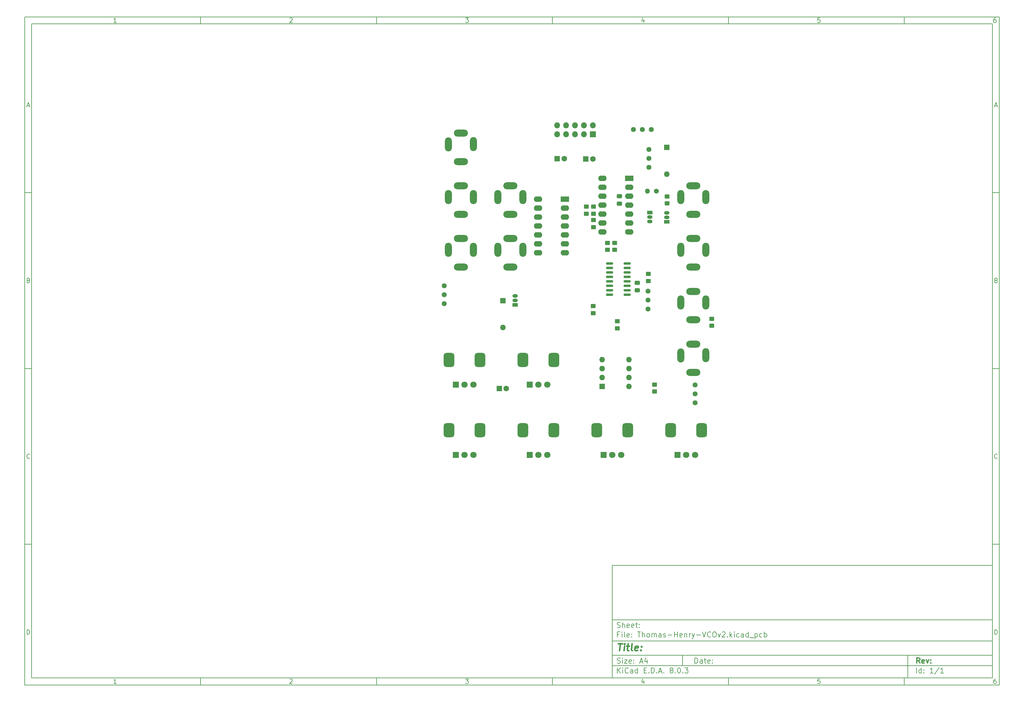
<source format=gbr>
%TF.GenerationSoftware,KiCad,Pcbnew,8.0.3*%
%TF.CreationDate,2024-12-05T20:13:47+00:00*%
%TF.ProjectId,Thomas-Henry-VCOv2,54686f6d-6173-42d4-9865-6e72792d5643,rev?*%
%TF.SameCoordinates,Original*%
%TF.FileFunction,Soldermask,Bot*%
%TF.FilePolarity,Negative*%
%FSLAX46Y46*%
G04 Gerber Fmt 4.6, Leading zero omitted, Abs format (unit mm)*
G04 Created by KiCad (PCBNEW 8.0.3) date 2024-12-05 20:13:47*
%MOMM*%
%LPD*%
G01*
G04 APERTURE LIST*
G04 Aperture macros list*
%AMRoundRect*
0 Rectangle with rounded corners*
0 $1 Rounding radius*
0 $2 $3 $4 $5 $6 $7 $8 $9 X,Y pos of 4 corners*
0 Add a 4 corners polygon primitive as box body*
4,1,4,$2,$3,$4,$5,$6,$7,$8,$9,$2,$3,0*
0 Add four circle primitives for the rounded corners*
1,1,$1+$1,$2,$3*
1,1,$1+$1,$4,$5*
1,1,$1+$1,$6,$7*
1,1,$1+$1,$8,$9*
0 Add four rect primitives between the rounded corners*
20,1,$1+$1,$2,$3,$4,$5,0*
20,1,$1+$1,$4,$5,$6,$7,0*
20,1,$1+$1,$6,$7,$8,$9,0*
20,1,$1+$1,$8,$9,$2,$3,0*%
G04 Aperture macros list end*
%ADD10C,0.100000*%
%ADD11C,0.150000*%
%ADD12C,0.300000*%
%ADD13C,0.400000*%
%ADD14R,1.800000X1.800000*%
%ADD15C,1.800000*%
%ADD16RoundRect,0.750000X0.750000X-1.250000X0.750000X1.250000X-0.750000X1.250000X-0.750000X-1.250000X0*%
%ADD17O,2.000000X4.000000*%
%ADD18O,4.000000X2.000000*%
%ADD19RoundRect,0.250000X-0.475000X0.337500X-0.475000X-0.337500X0.475000X-0.337500X0.475000X0.337500X0*%
%ADD20R,2.400000X1.600000*%
%ADD21O,2.400000X1.600000*%
%ADD22C,1.440000*%
%ADD23R,1.600000X1.600000*%
%ADD24O,1.600000X1.600000*%
%ADD25RoundRect,0.250000X0.450000X-0.350000X0.450000X0.350000X-0.450000X0.350000X-0.450000X-0.350000X0*%
%ADD26RoundRect,0.250000X-0.450000X0.350000X-0.450000X-0.350000X0.450000X-0.350000X0.450000X0.350000X0*%
%ADD27C,1.600000*%
%ADD28C,1.400000*%
%ADD29O,1.400000X1.400000*%
%ADD30R,1.700000X1.700000*%
%ADD31O,1.700000X1.700000*%
%ADD32R,1.500000X1.050000*%
%ADD33O,1.500000X1.050000*%
%ADD34RoundRect,0.150000X0.825000X0.150000X-0.825000X0.150000X-0.825000X-0.150000X0.825000X-0.150000X0*%
G04 APERTURE END LIST*
D10*
D11*
X177002200Y-166007200D02*
X285002200Y-166007200D01*
X285002200Y-198007200D01*
X177002200Y-198007200D01*
X177002200Y-166007200D01*
D10*
D11*
X10000000Y-10000000D02*
X287002200Y-10000000D01*
X287002200Y-200007200D01*
X10000000Y-200007200D01*
X10000000Y-10000000D01*
D10*
D11*
X12000000Y-12000000D02*
X285002200Y-12000000D01*
X285002200Y-198007200D01*
X12000000Y-198007200D01*
X12000000Y-12000000D01*
D10*
D11*
X60000000Y-12000000D02*
X60000000Y-10000000D01*
D10*
D11*
X110000000Y-12000000D02*
X110000000Y-10000000D01*
D10*
D11*
X160000000Y-12000000D02*
X160000000Y-10000000D01*
D10*
D11*
X210000000Y-12000000D02*
X210000000Y-10000000D01*
D10*
D11*
X260000000Y-12000000D02*
X260000000Y-10000000D01*
D10*
D11*
X36089160Y-11593604D02*
X35346303Y-11593604D01*
X35717731Y-11593604D02*
X35717731Y-10293604D01*
X35717731Y-10293604D02*
X35593922Y-10479319D01*
X35593922Y-10479319D02*
X35470112Y-10603128D01*
X35470112Y-10603128D02*
X35346303Y-10665033D01*
D10*
D11*
X85346303Y-10417414D02*
X85408207Y-10355509D01*
X85408207Y-10355509D02*
X85532017Y-10293604D01*
X85532017Y-10293604D02*
X85841541Y-10293604D01*
X85841541Y-10293604D02*
X85965350Y-10355509D01*
X85965350Y-10355509D02*
X86027255Y-10417414D01*
X86027255Y-10417414D02*
X86089160Y-10541223D01*
X86089160Y-10541223D02*
X86089160Y-10665033D01*
X86089160Y-10665033D02*
X86027255Y-10850747D01*
X86027255Y-10850747D02*
X85284398Y-11593604D01*
X85284398Y-11593604D02*
X86089160Y-11593604D01*
D10*
D11*
X135284398Y-10293604D02*
X136089160Y-10293604D01*
X136089160Y-10293604D02*
X135655826Y-10788842D01*
X135655826Y-10788842D02*
X135841541Y-10788842D01*
X135841541Y-10788842D02*
X135965350Y-10850747D01*
X135965350Y-10850747D02*
X136027255Y-10912652D01*
X136027255Y-10912652D02*
X136089160Y-11036461D01*
X136089160Y-11036461D02*
X136089160Y-11345985D01*
X136089160Y-11345985D02*
X136027255Y-11469795D01*
X136027255Y-11469795D02*
X135965350Y-11531700D01*
X135965350Y-11531700D02*
X135841541Y-11593604D01*
X135841541Y-11593604D02*
X135470112Y-11593604D01*
X135470112Y-11593604D02*
X135346303Y-11531700D01*
X135346303Y-11531700D02*
X135284398Y-11469795D01*
D10*
D11*
X185965350Y-10726938D02*
X185965350Y-11593604D01*
X185655826Y-10231700D02*
X185346303Y-11160271D01*
X185346303Y-11160271D02*
X186151064Y-11160271D01*
D10*
D11*
X236027255Y-10293604D02*
X235408207Y-10293604D01*
X235408207Y-10293604D02*
X235346303Y-10912652D01*
X235346303Y-10912652D02*
X235408207Y-10850747D01*
X235408207Y-10850747D02*
X235532017Y-10788842D01*
X235532017Y-10788842D02*
X235841541Y-10788842D01*
X235841541Y-10788842D02*
X235965350Y-10850747D01*
X235965350Y-10850747D02*
X236027255Y-10912652D01*
X236027255Y-10912652D02*
X236089160Y-11036461D01*
X236089160Y-11036461D02*
X236089160Y-11345985D01*
X236089160Y-11345985D02*
X236027255Y-11469795D01*
X236027255Y-11469795D02*
X235965350Y-11531700D01*
X235965350Y-11531700D02*
X235841541Y-11593604D01*
X235841541Y-11593604D02*
X235532017Y-11593604D01*
X235532017Y-11593604D02*
X235408207Y-11531700D01*
X235408207Y-11531700D02*
X235346303Y-11469795D01*
D10*
D11*
X285965350Y-10293604D02*
X285717731Y-10293604D01*
X285717731Y-10293604D02*
X285593922Y-10355509D01*
X285593922Y-10355509D02*
X285532017Y-10417414D01*
X285532017Y-10417414D02*
X285408207Y-10603128D01*
X285408207Y-10603128D02*
X285346303Y-10850747D01*
X285346303Y-10850747D02*
X285346303Y-11345985D01*
X285346303Y-11345985D02*
X285408207Y-11469795D01*
X285408207Y-11469795D02*
X285470112Y-11531700D01*
X285470112Y-11531700D02*
X285593922Y-11593604D01*
X285593922Y-11593604D02*
X285841541Y-11593604D01*
X285841541Y-11593604D02*
X285965350Y-11531700D01*
X285965350Y-11531700D02*
X286027255Y-11469795D01*
X286027255Y-11469795D02*
X286089160Y-11345985D01*
X286089160Y-11345985D02*
X286089160Y-11036461D01*
X286089160Y-11036461D02*
X286027255Y-10912652D01*
X286027255Y-10912652D02*
X285965350Y-10850747D01*
X285965350Y-10850747D02*
X285841541Y-10788842D01*
X285841541Y-10788842D02*
X285593922Y-10788842D01*
X285593922Y-10788842D02*
X285470112Y-10850747D01*
X285470112Y-10850747D02*
X285408207Y-10912652D01*
X285408207Y-10912652D02*
X285346303Y-11036461D01*
D10*
D11*
X60000000Y-198007200D02*
X60000000Y-200007200D01*
D10*
D11*
X110000000Y-198007200D02*
X110000000Y-200007200D01*
D10*
D11*
X160000000Y-198007200D02*
X160000000Y-200007200D01*
D10*
D11*
X210000000Y-198007200D02*
X210000000Y-200007200D01*
D10*
D11*
X260000000Y-198007200D02*
X260000000Y-200007200D01*
D10*
D11*
X36089160Y-199600804D02*
X35346303Y-199600804D01*
X35717731Y-199600804D02*
X35717731Y-198300804D01*
X35717731Y-198300804D02*
X35593922Y-198486519D01*
X35593922Y-198486519D02*
X35470112Y-198610328D01*
X35470112Y-198610328D02*
X35346303Y-198672233D01*
D10*
D11*
X85346303Y-198424614D02*
X85408207Y-198362709D01*
X85408207Y-198362709D02*
X85532017Y-198300804D01*
X85532017Y-198300804D02*
X85841541Y-198300804D01*
X85841541Y-198300804D02*
X85965350Y-198362709D01*
X85965350Y-198362709D02*
X86027255Y-198424614D01*
X86027255Y-198424614D02*
X86089160Y-198548423D01*
X86089160Y-198548423D02*
X86089160Y-198672233D01*
X86089160Y-198672233D02*
X86027255Y-198857947D01*
X86027255Y-198857947D02*
X85284398Y-199600804D01*
X85284398Y-199600804D02*
X86089160Y-199600804D01*
D10*
D11*
X135284398Y-198300804D02*
X136089160Y-198300804D01*
X136089160Y-198300804D02*
X135655826Y-198796042D01*
X135655826Y-198796042D02*
X135841541Y-198796042D01*
X135841541Y-198796042D02*
X135965350Y-198857947D01*
X135965350Y-198857947D02*
X136027255Y-198919852D01*
X136027255Y-198919852D02*
X136089160Y-199043661D01*
X136089160Y-199043661D02*
X136089160Y-199353185D01*
X136089160Y-199353185D02*
X136027255Y-199476995D01*
X136027255Y-199476995D02*
X135965350Y-199538900D01*
X135965350Y-199538900D02*
X135841541Y-199600804D01*
X135841541Y-199600804D02*
X135470112Y-199600804D01*
X135470112Y-199600804D02*
X135346303Y-199538900D01*
X135346303Y-199538900D02*
X135284398Y-199476995D01*
D10*
D11*
X185965350Y-198734138D02*
X185965350Y-199600804D01*
X185655826Y-198238900D02*
X185346303Y-199167471D01*
X185346303Y-199167471D02*
X186151064Y-199167471D01*
D10*
D11*
X236027255Y-198300804D02*
X235408207Y-198300804D01*
X235408207Y-198300804D02*
X235346303Y-198919852D01*
X235346303Y-198919852D02*
X235408207Y-198857947D01*
X235408207Y-198857947D02*
X235532017Y-198796042D01*
X235532017Y-198796042D02*
X235841541Y-198796042D01*
X235841541Y-198796042D02*
X235965350Y-198857947D01*
X235965350Y-198857947D02*
X236027255Y-198919852D01*
X236027255Y-198919852D02*
X236089160Y-199043661D01*
X236089160Y-199043661D02*
X236089160Y-199353185D01*
X236089160Y-199353185D02*
X236027255Y-199476995D01*
X236027255Y-199476995D02*
X235965350Y-199538900D01*
X235965350Y-199538900D02*
X235841541Y-199600804D01*
X235841541Y-199600804D02*
X235532017Y-199600804D01*
X235532017Y-199600804D02*
X235408207Y-199538900D01*
X235408207Y-199538900D02*
X235346303Y-199476995D01*
D10*
D11*
X285965350Y-198300804D02*
X285717731Y-198300804D01*
X285717731Y-198300804D02*
X285593922Y-198362709D01*
X285593922Y-198362709D02*
X285532017Y-198424614D01*
X285532017Y-198424614D02*
X285408207Y-198610328D01*
X285408207Y-198610328D02*
X285346303Y-198857947D01*
X285346303Y-198857947D02*
X285346303Y-199353185D01*
X285346303Y-199353185D02*
X285408207Y-199476995D01*
X285408207Y-199476995D02*
X285470112Y-199538900D01*
X285470112Y-199538900D02*
X285593922Y-199600804D01*
X285593922Y-199600804D02*
X285841541Y-199600804D01*
X285841541Y-199600804D02*
X285965350Y-199538900D01*
X285965350Y-199538900D02*
X286027255Y-199476995D01*
X286027255Y-199476995D02*
X286089160Y-199353185D01*
X286089160Y-199353185D02*
X286089160Y-199043661D01*
X286089160Y-199043661D02*
X286027255Y-198919852D01*
X286027255Y-198919852D02*
X285965350Y-198857947D01*
X285965350Y-198857947D02*
X285841541Y-198796042D01*
X285841541Y-198796042D02*
X285593922Y-198796042D01*
X285593922Y-198796042D02*
X285470112Y-198857947D01*
X285470112Y-198857947D02*
X285408207Y-198919852D01*
X285408207Y-198919852D02*
X285346303Y-199043661D01*
D10*
D11*
X10000000Y-60000000D02*
X12000000Y-60000000D01*
D10*
D11*
X10000000Y-110000000D02*
X12000000Y-110000000D01*
D10*
D11*
X10000000Y-160000000D02*
X12000000Y-160000000D01*
D10*
D11*
X10690476Y-35222176D02*
X11309523Y-35222176D01*
X10566666Y-35593604D02*
X10999999Y-34293604D01*
X10999999Y-34293604D02*
X11433333Y-35593604D01*
D10*
D11*
X11092857Y-84912652D02*
X11278571Y-84974557D01*
X11278571Y-84974557D02*
X11340476Y-85036461D01*
X11340476Y-85036461D02*
X11402380Y-85160271D01*
X11402380Y-85160271D02*
X11402380Y-85345985D01*
X11402380Y-85345985D02*
X11340476Y-85469795D01*
X11340476Y-85469795D02*
X11278571Y-85531700D01*
X11278571Y-85531700D02*
X11154761Y-85593604D01*
X11154761Y-85593604D02*
X10659523Y-85593604D01*
X10659523Y-85593604D02*
X10659523Y-84293604D01*
X10659523Y-84293604D02*
X11092857Y-84293604D01*
X11092857Y-84293604D02*
X11216666Y-84355509D01*
X11216666Y-84355509D02*
X11278571Y-84417414D01*
X11278571Y-84417414D02*
X11340476Y-84541223D01*
X11340476Y-84541223D02*
X11340476Y-84665033D01*
X11340476Y-84665033D02*
X11278571Y-84788842D01*
X11278571Y-84788842D02*
X11216666Y-84850747D01*
X11216666Y-84850747D02*
X11092857Y-84912652D01*
X11092857Y-84912652D02*
X10659523Y-84912652D01*
D10*
D11*
X11402380Y-135469795D02*
X11340476Y-135531700D01*
X11340476Y-135531700D02*
X11154761Y-135593604D01*
X11154761Y-135593604D02*
X11030952Y-135593604D01*
X11030952Y-135593604D02*
X10845238Y-135531700D01*
X10845238Y-135531700D02*
X10721428Y-135407890D01*
X10721428Y-135407890D02*
X10659523Y-135284080D01*
X10659523Y-135284080D02*
X10597619Y-135036461D01*
X10597619Y-135036461D02*
X10597619Y-134850747D01*
X10597619Y-134850747D02*
X10659523Y-134603128D01*
X10659523Y-134603128D02*
X10721428Y-134479319D01*
X10721428Y-134479319D02*
X10845238Y-134355509D01*
X10845238Y-134355509D02*
X11030952Y-134293604D01*
X11030952Y-134293604D02*
X11154761Y-134293604D01*
X11154761Y-134293604D02*
X11340476Y-134355509D01*
X11340476Y-134355509D02*
X11402380Y-134417414D01*
D10*
D11*
X10659523Y-185593604D02*
X10659523Y-184293604D01*
X10659523Y-184293604D02*
X10969047Y-184293604D01*
X10969047Y-184293604D02*
X11154761Y-184355509D01*
X11154761Y-184355509D02*
X11278571Y-184479319D01*
X11278571Y-184479319D02*
X11340476Y-184603128D01*
X11340476Y-184603128D02*
X11402380Y-184850747D01*
X11402380Y-184850747D02*
X11402380Y-185036461D01*
X11402380Y-185036461D02*
X11340476Y-185284080D01*
X11340476Y-185284080D02*
X11278571Y-185407890D01*
X11278571Y-185407890D02*
X11154761Y-185531700D01*
X11154761Y-185531700D02*
X10969047Y-185593604D01*
X10969047Y-185593604D02*
X10659523Y-185593604D01*
D10*
D11*
X287002200Y-60000000D02*
X285002200Y-60000000D01*
D10*
D11*
X287002200Y-110000000D02*
X285002200Y-110000000D01*
D10*
D11*
X287002200Y-160000000D02*
X285002200Y-160000000D01*
D10*
D11*
X285692676Y-35222176D02*
X286311723Y-35222176D01*
X285568866Y-35593604D02*
X286002199Y-34293604D01*
X286002199Y-34293604D02*
X286435533Y-35593604D01*
D10*
D11*
X286095057Y-84912652D02*
X286280771Y-84974557D01*
X286280771Y-84974557D02*
X286342676Y-85036461D01*
X286342676Y-85036461D02*
X286404580Y-85160271D01*
X286404580Y-85160271D02*
X286404580Y-85345985D01*
X286404580Y-85345985D02*
X286342676Y-85469795D01*
X286342676Y-85469795D02*
X286280771Y-85531700D01*
X286280771Y-85531700D02*
X286156961Y-85593604D01*
X286156961Y-85593604D02*
X285661723Y-85593604D01*
X285661723Y-85593604D02*
X285661723Y-84293604D01*
X285661723Y-84293604D02*
X286095057Y-84293604D01*
X286095057Y-84293604D02*
X286218866Y-84355509D01*
X286218866Y-84355509D02*
X286280771Y-84417414D01*
X286280771Y-84417414D02*
X286342676Y-84541223D01*
X286342676Y-84541223D02*
X286342676Y-84665033D01*
X286342676Y-84665033D02*
X286280771Y-84788842D01*
X286280771Y-84788842D02*
X286218866Y-84850747D01*
X286218866Y-84850747D02*
X286095057Y-84912652D01*
X286095057Y-84912652D02*
X285661723Y-84912652D01*
D10*
D11*
X286404580Y-135469795D02*
X286342676Y-135531700D01*
X286342676Y-135531700D02*
X286156961Y-135593604D01*
X286156961Y-135593604D02*
X286033152Y-135593604D01*
X286033152Y-135593604D02*
X285847438Y-135531700D01*
X285847438Y-135531700D02*
X285723628Y-135407890D01*
X285723628Y-135407890D02*
X285661723Y-135284080D01*
X285661723Y-135284080D02*
X285599819Y-135036461D01*
X285599819Y-135036461D02*
X285599819Y-134850747D01*
X285599819Y-134850747D02*
X285661723Y-134603128D01*
X285661723Y-134603128D02*
X285723628Y-134479319D01*
X285723628Y-134479319D02*
X285847438Y-134355509D01*
X285847438Y-134355509D02*
X286033152Y-134293604D01*
X286033152Y-134293604D02*
X286156961Y-134293604D01*
X286156961Y-134293604D02*
X286342676Y-134355509D01*
X286342676Y-134355509D02*
X286404580Y-134417414D01*
D10*
D11*
X285661723Y-185593604D02*
X285661723Y-184293604D01*
X285661723Y-184293604D02*
X285971247Y-184293604D01*
X285971247Y-184293604D02*
X286156961Y-184355509D01*
X286156961Y-184355509D02*
X286280771Y-184479319D01*
X286280771Y-184479319D02*
X286342676Y-184603128D01*
X286342676Y-184603128D02*
X286404580Y-184850747D01*
X286404580Y-184850747D02*
X286404580Y-185036461D01*
X286404580Y-185036461D02*
X286342676Y-185284080D01*
X286342676Y-185284080D02*
X286280771Y-185407890D01*
X286280771Y-185407890D02*
X286156961Y-185531700D01*
X286156961Y-185531700D02*
X285971247Y-185593604D01*
X285971247Y-185593604D02*
X285661723Y-185593604D01*
D10*
D11*
X200458026Y-193793328D02*
X200458026Y-192293328D01*
X200458026Y-192293328D02*
X200815169Y-192293328D01*
X200815169Y-192293328D02*
X201029455Y-192364757D01*
X201029455Y-192364757D02*
X201172312Y-192507614D01*
X201172312Y-192507614D02*
X201243741Y-192650471D01*
X201243741Y-192650471D02*
X201315169Y-192936185D01*
X201315169Y-192936185D02*
X201315169Y-193150471D01*
X201315169Y-193150471D02*
X201243741Y-193436185D01*
X201243741Y-193436185D02*
X201172312Y-193579042D01*
X201172312Y-193579042D02*
X201029455Y-193721900D01*
X201029455Y-193721900D02*
X200815169Y-193793328D01*
X200815169Y-193793328D02*
X200458026Y-193793328D01*
X202600884Y-193793328D02*
X202600884Y-193007614D01*
X202600884Y-193007614D02*
X202529455Y-192864757D01*
X202529455Y-192864757D02*
X202386598Y-192793328D01*
X202386598Y-192793328D02*
X202100884Y-192793328D01*
X202100884Y-192793328D02*
X201958026Y-192864757D01*
X202600884Y-193721900D02*
X202458026Y-193793328D01*
X202458026Y-193793328D02*
X202100884Y-193793328D01*
X202100884Y-193793328D02*
X201958026Y-193721900D01*
X201958026Y-193721900D02*
X201886598Y-193579042D01*
X201886598Y-193579042D02*
X201886598Y-193436185D01*
X201886598Y-193436185D02*
X201958026Y-193293328D01*
X201958026Y-193293328D02*
X202100884Y-193221900D01*
X202100884Y-193221900D02*
X202458026Y-193221900D01*
X202458026Y-193221900D02*
X202600884Y-193150471D01*
X203100884Y-192793328D02*
X203672312Y-192793328D01*
X203315169Y-192293328D02*
X203315169Y-193579042D01*
X203315169Y-193579042D02*
X203386598Y-193721900D01*
X203386598Y-193721900D02*
X203529455Y-193793328D01*
X203529455Y-193793328D02*
X203672312Y-193793328D01*
X204743741Y-193721900D02*
X204600884Y-193793328D01*
X204600884Y-193793328D02*
X204315170Y-193793328D01*
X204315170Y-193793328D02*
X204172312Y-193721900D01*
X204172312Y-193721900D02*
X204100884Y-193579042D01*
X204100884Y-193579042D02*
X204100884Y-193007614D01*
X204100884Y-193007614D02*
X204172312Y-192864757D01*
X204172312Y-192864757D02*
X204315170Y-192793328D01*
X204315170Y-192793328D02*
X204600884Y-192793328D01*
X204600884Y-192793328D02*
X204743741Y-192864757D01*
X204743741Y-192864757D02*
X204815170Y-193007614D01*
X204815170Y-193007614D02*
X204815170Y-193150471D01*
X204815170Y-193150471D02*
X204100884Y-193293328D01*
X205458026Y-193650471D02*
X205529455Y-193721900D01*
X205529455Y-193721900D02*
X205458026Y-193793328D01*
X205458026Y-193793328D02*
X205386598Y-193721900D01*
X205386598Y-193721900D02*
X205458026Y-193650471D01*
X205458026Y-193650471D02*
X205458026Y-193793328D01*
X205458026Y-192864757D02*
X205529455Y-192936185D01*
X205529455Y-192936185D02*
X205458026Y-193007614D01*
X205458026Y-193007614D02*
X205386598Y-192936185D01*
X205386598Y-192936185D02*
X205458026Y-192864757D01*
X205458026Y-192864757D02*
X205458026Y-193007614D01*
D10*
D11*
X177002200Y-194507200D02*
X285002200Y-194507200D01*
D10*
D11*
X178458026Y-196593328D02*
X178458026Y-195093328D01*
X179315169Y-196593328D02*
X178672312Y-195736185D01*
X179315169Y-195093328D02*
X178458026Y-195950471D01*
X179958026Y-196593328D02*
X179958026Y-195593328D01*
X179958026Y-195093328D02*
X179886598Y-195164757D01*
X179886598Y-195164757D02*
X179958026Y-195236185D01*
X179958026Y-195236185D02*
X180029455Y-195164757D01*
X180029455Y-195164757D02*
X179958026Y-195093328D01*
X179958026Y-195093328D02*
X179958026Y-195236185D01*
X181529455Y-196450471D02*
X181458027Y-196521900D01*
X181458027Y-196521900D02*
X181243741Y-196593328D01*
X181243741Y-196593328D02*
X181100884Y-196593328D01*
X181100884Y-196593328D02*
X180886598Y-196521900D01*
X180886598Y-196521900D02*
X180743741Y-196379042D01*
X180743741Y-196379042D02*
X180672312Y-196236185D01*
X180672312Y-196236185D02*
X180600884Y-195950471D01*
X180600884Y-195950471D02*
X180600884Y-195736185D01*
X180600884Y-195736185D02*
X180672312Y-195450471D01*
X180672312Y-195450471D02*
X180743741Y-195307614D01*
X180743741Y-195307614D02*
X180886598Y-195164757D01*
X180886598Y-195164757D02*
X181100884Y-195093328D01*
X181100884Y-195093328D02*
X181243741Y-195093328D01*
X181243741Y-195093328D02*
X181458027Y-195164757D01*
X181458027Y-195164757D02*
X181529455Y-195236185D01*
X182815170Y-196593328D02*
X182815170Y-195807614D01*
X182815170Y-195807614D02*
X182743741Y-195664757D01*
X182743741Y-195664757D02*
X182600884Y-195593328D01*
X182600884Y-195593328D02*
X182315170Y-195593328D01*
X182315170Y-195593328D02*
X182172312Y-195664757D01*
X182815170Y-196521900D02*
X182672312Y-196593328D01*
X182672312Y-196593328D02*
X182315170Y-196593328D01*
X182315170Y-196593328D02*
X182172312Y-196521900D01*
X182172312Y-196521900D02*
X182100884Y-196379042D01*
X182100884Y-196379042D02*
X182100884Y-196236185D01*
X182100884Y-196236185D02*
X182172312Y-196093328D01*
X182172312Y-196093328D02*
X182315170Y-196021900D01*
X182315170Y-196021900D02*
X182672312Y-196021900D01*
X182672312Y-196021900D02*
X182815170Y-195950471D01*
X184172313Y-196593328D02*
X184172313Y-195093328D01*
X184172313Y-196521900D02*
X184029455Y-196593328D01*
X184029455Y-196593328D02*
X183743741Y-196593328D01*
X183743741Y-196593328D02*
X183600884Y-196521900D01*
X183600884Y-196521900D02*
X183529455Y-196450471D01*
X183529455Y-196450471D02*
X183458027Y-196307614D01*
X183458027Y-196307614D02*
X183458027Y-195879042D01*
X183458027Y-195879042D02*
X183529455Y-195736185D01*
X183529455Y-195736185D02*
X183600884Y-195664757D01*
X183600884Y-195664757D02*
X183743741Y-195593328D01*
X183743741Y-195593328D02*
X184029455Y-195593328D01*
X184029455Y-195593328D02*
X184172313Y-195664757D01*
X186029455Y-195807614D02*
X186529455Y-195807614D01*
X186743741Y-196593328D02*
X186029455Y-196593328D01*
X186029455Y-196593328D02*
X186029455Y-195093328D01*
X186029455Y-195093328D02*
X186743741Y-195093328D01*
X187386598Y-196450471D02*
X187458027Y-196521900D01*
X187458027Y-196521900D02*
X187386598Y-196593328D01*
X187386598Y-196593328D02*
X187315170Y-196521900D01*
X187315170Y-196521900D02*
X187386598Y-196450471D01*
X187386598Y-196450471D02*
X187386598Y-196593328D01*
X188100884Y-196593328D02*
X188100884Y-195093328D01*
X188100884Y-195093328D02*
X188458027Y-195093328D01*
X188458027Y-195093328D02*
X188672313Y-195164757D01*
X188672313Y-195164757D02*
X188815170Y-195307614D01*
X188815170Y-195307614D02*
X188886599Y-195450471D01*
X188886599Y-195450471D02*
X188958027Y-195736185D01*
X188958027Y-195736185D02*
X188958027Y-195950471D01*
X188958027Y-195950471D02*
X188886599Y-196236185D01*
X188886599Y-196236185D02*
X188815170Y-196379042D01*
X188815170Y-196379042D02*
X188672313Y-196521900D01*
X188672313Y-196521900D02*
X188458027Y-196593328D01*
X188458027Y-196593328D02*
X188100884Y-196593328D01*
X189600884Y-196450471D02*
X189672313Y-196521900D01*
X189672313Y-196521900D02*
X189600884Y-196593328D01*
X189600884Y-196593328D02*
X189529456Y-196521900D01*
X189529456Y-196521900D02*
X189600884Y-196450471D01*
X189600884Y-196450471D02*
X189600884Y-196593328D01*
X190243742Y-196164757D02*
X190958028Y-196164757D01*
X190100885Y-196593328D02*
X190600885Y-195093328D01*
X190600885Y-195093328D02*
X191100885Y-196593328D01*
X191600884Y-196450471D02*
X191672313Y-196521900D01*
X191672313Y-196521900D02*
X191600884Y-196593328D01*
X191600884Y-196593328D02*
X191529456Y-196521900D01*
X191529456Y-196521900D02*
X191600884Y-196450471D01*
X191600884Y-196450471D02*
X191600884Y-196593328D01*
X193672313Y-195736185D02*
X193529456Y-195664757D01*
X193529456Y-195664757D02*
X193458027Y-195593328D01*
X193458027Y-195593328D02*
X193386599Y-195450471D01*
X193386599Y-195450471D02*
X193386599Y-195379042D01*
X193386599Y-195379042D02*
X193458027Y-195236185D01*
X193458027Y-195236185D02*
X193529456Y-195164757D01*
X193529456Y-195164757D02*
X193672313Y-195093328D01*
X193672313Y-195093328D02*
X193958027Y-195093328D01*
X193958027Y-195093328D02*
X194100885Y-195164757D01*
X194100885Y-195164757D02*
X194172313Y-195236185D01*
X194172313Y-195236185D02*
X194243742Y-195379042D01*
X194243742Y-195379042D02*
X194243742Y-195450471D01*
X194243742Y-195450471D02*
X194172313Y-195593328D01*
X194172313Y-195593328D02*
X194100885Y-195664757D01*
X194100885Y-195664757D02*
X193958027Y-195736185D01*
X193958027Y-195736185D02*
X193672313Y-195736185D01*
X193672313Y-195736185D02*
X193529456Y-195807614D01*
X193529456Y-195807614D02*
X193458027Y-195879042D01*
X193458027Y-195879042D02*
X193386599Y-196021900D01*
X193386599Y-196021900D02*
X193386599Y-196307614D01*
X193386599Y-196307614D02*
X193458027Y-196450471D01*
X193458027Y-196450471D02*
X193529456Y-196521900D01*
X193529456Y-196521900D02*
X193672313Y-196593328D01*
X193672313Y-196593328D02*
X193958027Y-196593328D01*
X193958027Y-196593328D02*
X194100885Y-196521900D01*
X194100885Y-196521900D02*
X194172313Y-196450471D01*
X194172313Y-196450471D02*
X194243742Y-196307614D01*
X194243742Y-196307614D02*
X194243742Y-196021900D01*
X194243742Y-196021900D02*
X194172313Y-195879042D01*
X194172313Y-195879042D02*
X194100885Y-195807614D01*
X194100885Y-195807614D02*
X193958027Y-195736185D01*
X194886598Y-196450471D02*
X194958027Y-196521900D01*
X194958027Y-196521900D02*
X194886598Y-196593328D01*
X194886598Y-196593328D02*
X194815170Y-196521900D01*
X194815170Y-196521900D02*
X194886598Y-196450471D01*
X194886598Y-196450471D02*
X194886598Y-196593328D01*
X195886599Y-195093328D02*
X196029456Y-195093328D01*
X196029456Y-195093328D02*
X196172313Y-195164757D01*
X196172313Y-195164757D02*
X196243742Y-195236185D01*
X196243742Y-195236185D02*
X196315170Y-195379042D01*
X196315170Y-195379042D02*
X196386599Y-195664757D01*
X196386599Y-195664757D02*
X196386599Y-196021900D01*
X196386599Y-196021900D02*
X196315170Y-196307614D01*
X196315170Y-196307614D02*
X196243742Y-196450471D01*
X196243742Y-196450471D02*
X196172313Y-196521900D01*
X196172313Y-196521900D02*
X196029456Y-196593328D01*
X196029456Y-196593328D02*
X195886599Y-196593328D01*
X195886599Y-196593328D02*
X195743742Y-196521900D01*
X195743742Y-196521900D02*
X195672313Y-196450471D01*
X195672313Y-196450471D02*
X195600884Y-196307614D01*
X195600884Y-196307614D02*
X195529456Y-196021900D01*
X195529456Y-196021900D02*
X195529456Y-195664757D01*
X195529456Y-195664757D02*
X195600884Y-195379042D01*
X195600884Y-195379042D02*
X195672313Y-195236185D01*
X195672313Y-195236185D02*
X195743742Y-195164757D01*
X195743742Y-195164757D02*
X195886599Y-195093328D01*
X197029455Y-196450471D02*
X197100884Y-196521900D01*
X197100884Y-196521900D02*
X197029455Y-196593328D01*
X197029455Y-196593328D02*
X196958027Y-196521900D01*
X196958027Y-196521900D02*
X197029455Y-196450471D01*
X197029455Y-196450471D02*
X197029455Y-196593328D01*
X197600884Y-195093328D02*
X198529456Y-195093328D01*
X198529456Y-195093328D02*
X198029456Y-195664757D01*
X198029456Y-195664757D02*
X198243741Y-195664757D01*
X198243741Y-195664757D02*
X198386599Y-195736185D01*
X198386599Y-195736185D02*
X198458027Y-195807614D01*
X198458027Y-195807614D02*
X198529456Y-195950471D01*
X198529456Y-195950471D02*
X198529456Y-196307614D01*
X198529456Y-196307614D02*
X198458027Y-196450471D01*
X198458027Y-196450471D02*
X198386599Y-196521900D01*
X198386599Y-196521900D02*
X198243741Y-196593328D01*
X198243741Y-196593328D02*
X197815170Y-196593328D01*
X197815170Y-196593328D02*
X197672313Y-196521900D01*
X197672313Y-196521900D02*
X197600884Y-196450471D01*
D10*
D11*
X177002200Y-191507200D02*
X285002200Y-191507200D01*
D10*
D12*
X264413853Y-193785528D02*
X263913853Y-193071242D01*
X263556710Y-193785528D02*
X263556710Y-192285528D01*
X263556710Y-192285528D02*
X264128139Y-192285528D01*
X264128139Y-192285528D02*
X264270996Y-192356957D01*
X264270996Y-192356957D02*
X264342425Y-192428385D01*
X264342425Y-192428385D02*
X264413853Y-192571242D01*
X264413853Y-192571242D02*
X264413853Y-192785528D01*
X264413853Y-192785528D02*
X264342425Y-192928385D01*
X264342425Y-192928385D02*
X264270996Y-192999814D01*
X264270996Y-192999814D02*
X264128139Y-193071242D01*
X264128139Y-193071242D02*
X263556710Y-193071242D01*
X265628139Y-193714100D02*
X265485282Y-193785528D01*
X265485282Y-193785528D02*
X265199568Y-193785528D01*
X265199568Y-193785528D02*
X265056710Y-193714100D01*
X265056710Y-193714100D02*
X264985282Y-193571242D01*
X264985282Y-193571242D02*
X264985282Y-192999814D01*
X264985282Y-192999814D02*
X265056710Y-192856957D01*
X265056710Y-192856957D02*
X265199568Y-192785528D01*
X265199568Y-192785528D02*
X265485282Y-192785528D01*
X265485282Y-192785528D02*
X265628139Y-192856957D01*
X265628139Y-192856957D02*
X265699568Y-192999814D01*
X265699568Y-192999814D02*
X265699568Y-193142671D01*
X265699568Y-193142671D02*
X264985282Y-193285528D01*
X266199567Y-192785528D02*
X266556710Y-193785528D01*
X266556710Y-193785528D02*
X266913853Y-192785528D01*
X267485281Y-193642671D02*
X267556710Y-193714100D01*
X267556710Y-193714100D02*
X267485281Y-193785528D01*
X267485281Y-193785528D02*
X267413853Y-193714100D01*
X267413853Y-193714100D02*
X267485281Y-193642671D01*
X267485281Y-193642671D02*
X267485281Y-193785528D01*
X267485281Y-192856957D02*
X267556710Y-192928385D01*
X267556710Y-192928385D02*
X267485281Y-192999814D01*
X267485281Y-192999814D02*
X267413853Y-192928385D01*
X267413853Y-192928385D02*
X267485281Y-192856957D01*
X267485281Y-192856957D02*
X267485281Y-192999814D01*
D10*
D11*
X178386598Y-193721900D02*
X178600884Y-193793328D01*
X178600884Y-193793328D02*
X178958026Y-193793328D01*
X178958026Y-193793328D02*
X179100884Y-193721900D01*
X179100884Y-193721900D02*
X179172312Y-193650471D01*
X179172312Y-193650471D02*
X179243741Y-193507614D01*
X179243741Y-193507614D02*
X179243741Y-193364757D01*
X179243741Y-193364757D02*
X179172312Y-193221900D01*
X179172312Y-193221900D02*
X179100884Y-193150471D01*
X179100884Y-193150471D02*
X178958026Y-193079042D01*
X178958026Y-193079042D02*
X178672312Y-193007614D01*
X178672312Y-193007614D02*
X178529455Y-192936185D01*
X178529455Y-192936185D02*
X178458026Y-192864757D01*
X178458026Y-192864757D02*
X178386598Y-192721900D01*
X178386598Y-192721900D02*
X178386598Y-192579042D01*
X178386598Y-192579042D02*
X178458026Y-192436185D01*
X178458026Y-192436185D02*
X178529455Y-192364757D01*
X178529455Y-192364757D02*
X178672312Y-192293328D01*
X178672312Y-192293328D02*
X179029455Y-192293328D01*
X179029455Y-192293328D02*
X179243741Y-192364757D01*
X179886597Y-193793328D02*
X179886597Y-192793328D01*
X179886597Y-192293328D02*
X179815169Y-192364757D01*
X179815169Y-192364757D02*
X179886597Y-192436185D01*
X179886597Y-192436185D02*
X179958026Y-192364757D01*
X179958026Y-192364757D02*
X179886597Y-192293328D01*
X179886597Y-192293328D02*
X179886597Y-192436185D01*
X180458026Y-192793328D02*
X181243741Y-192793328D01*
X181243741Y-192793328D02*
X180458026Y-193793328D01*
X180458026Y-193793328D02*
X181243741Y-193793328D01*
X182386598Y-193721900D02*
X182243741Y-193793328D01*
X182243741Y-193793328D02*
X181958027Y-193793328D01*
X181958027Y-193793328D02*
X181815169Y-193721900D01*
X181815169Y-193721900D02*
X181743741Y-193579042D01*
X181743741Y-193579042D02*
X181743741Y-193007614D01*
X181743741Y-193007614D02*
X181815169Y-192864757D01*
X181815169Y-192864757D02*
X181958027Y-192793328D01*
X181958027Y-192793328D02*
X182243741Y-192793328D01*
X182243741Y-192793328D02*
X182386598Y-192864757D01*
X182386598Y-192864757D02*
X182458027Y-193007614D01*
X182458027Y-193007614D02*
X182458027Y-193150471D01*
X182458027Y-193150471D02*
X181743741Y-193293328D01*
X183100883Y-193650471D02*
X183172312Y-193721900D01*
X183172312Y-193721900D02*
X183100883Y-193793328D01*
X183100883Y-193793328D02*
X183029455Y-193721900D01*
X183029455Y-193721900D02*
X183100883Y-193650471D01*
X183100883Y-193650471D02*
X183100883Y-193793328D01*
X183100883Y-192864757D02*
X183172312Y-192936185D01*
X183172312Y-192936185D02*
X183100883Y-193007614D01*
X183100883Y-193007614D02*
X183029455Y-192936185D01*
X183029455Y-192936185D02*
X183100883Y-192864757D01*
X183100883Y-192864757D02*
X183100883Y-193007614D01*
X184886598Y-193364757D02*
X185600884Y-193364757D01*
X184743741Y-193793328D02*
X185243741Y-192293328D01*
X185243741Y-192293328D02*
X185743741Y-193793328D01*
X186886598Y-192793328D02*
X186886598Y-193793328D01*
X186529455Y-192221900D02*
X186172312Y-193293328D01*
X186172312Y-193293328D02*
X187100883Y-193293328D01*
D10*
D11*
X263458026Y-196593328D02*
X263458026Y-195093328D01*
X264815170Y-196593328D02*
X264815170Y-195093328D01*
X264815170Y-196521900D02*
X264672312Y-196593328D01*
X264672312Y-196593328D02*
X264386598Y-196593328D01*
X264386598Y-196593328D02*
X264243741Y-196521900D01*
X264243741Y-196521900D02*
X264172312Y-196450471D01*
X264172312Y-196450471D02*
X264100884Y-196307614D01*
X264100884Y-196307614D02*
X264100884Y-195879042D01*
X264100884Y-195879042D02*
X264172312Y-195736185D01*
X264172312Y-195736185D02*
X264243741Y-195664757D01*
X264243741Y-195664757D02*
X264386598Y-195593328D01*
X264386598Y-195593328D02*
X264672312Y-195593328D01*
X264672312Y-195593328D02*
X264815170Y-195664757D01*
X265529455Y-196450471D02*
X265600884Y-196521900D01*
X265600884Y-196521900D02*
X265529455Y-196593328D01*
X265529455Y-196593328D02*
X265458027Y-196521900D01*
X265458027Y-196521900D02*
X265529455Y-196450471D01*
X265529455Y-196450471D02*
X265529455Y-196593328D01*
X265529455Y-195664757D02*
X265600884Y-195736185D01*
X265600884Y-195736185D02*
X265529455Y-195807614D01*
X265529455Y-195807614D02*
X265458027Y-195736185D01*
X265458027Y-195736185D02*
X265529455Y-195664757D01*
X265529455Y-195664757D02*
X265529455Y-195807614D01*
X268172313Y-196593328D02*
X267315170Y-196593328D01*
X267743741Y-196593328D02*
X267743741Y-195093328D01*
X267743741Y-195093328D02*
X267600884Y-195307614D01*
X267600884Y-195307614D02*
X267458027Y-195450471D01*
X267458027Y-195450471D02*
X267315170Y-195521900D01*
X269886598Y-195021900D02*
X268600884Y-196950471D01*
X271172313Y-196593328D02*
X270315170Y-196593328D01*
X270743741Y-196593328D02*
X270743741Y-195093328D01*
X270743741Y-195093328D02*
X270600884Y-195307614D01*
X270600884Y-195307614D02*
X270458027Y-195450471D01*
X270458027Y-195450471D02*
X270315170Y-195521900D01*
D10*
D11*
X177002200Y-187507200D02*
X285002200Y-187507200D01*
D10*
D13*
X178693928Y-188211638D02*
X179836785Y-188211638D01*
X179015357Y-190211638D02*
X179265357Y-188211638D01*
X180253452Y-190211638D02*
X180420119Y-188878304D01*
X180503452Y-188211638D02*
X180396309Y-188306876D01*
X180396309Y-188306876D02*
X180479643Y-188402114D01*
X180479643Y-188402114D02*
X180586786Y-188306876D01*
X180586786Y-188306876D02*
X180503452Y-188211638D01*
X180503452Y-188211638D02*
X180479643Y-188402114D01*
X181086786Y-188878304D02*
X181848690Y-188878304D01*
X181455833Y-188211638D02*
X181241548Y-189925923D01*
X181241548Y-189925923D02*
X181312976Y-190116400D01*
X181312976Y-190116400D02*
X181491548Y-190211638D01*
X181491548Y-190211638D02*
X181682024Y-190211638D01*
X182634405Y-190211638D02*
X182455833Y-190116400D01*
X182455833Y-190116400D02*
X182384405Y-189925923D01*
X182384405Y-189925923D02*
X182598690Y-188211638D01*
X184170119Y-190116400D02*
X183967738Y-190211638D01*
X183967738Y-190211638D02*
X183586785Y-190211638D01*
X183586785Y-190211638D02*
X183408214Y-190116400D01*
X183408214Y-190116400D02*
X183336785Y-189925923D01*
X183336785Y-189925923D02*
X183432024Y-189164019D01*
X183432024Y-189164019D02*
X183551071Y-188973542D01*
X183551071Y-188973542D02*
X183753452Y-188878304D01*
X183753452Y-188878304D02*
X184134404Y-188878304D01*
X184134404Y-188878304D02*
X184312976Y-188973542D01*
X184312976Y-188973542D02*
X184384404Y-189164019D01*
X184384404Y-189164019D02*
X184360595Y-189354495D01*
X184360595Y-189354495D02*
X183384404Y-189544971D01*
X185134405Y-190021161D02*
X185217738Y-190116400D01*
X185217738Y-190116400D02*
X185110595Y-190211638D01*
X185110595Y-190211638D02*
X185027262Y-190116400D01*
X185027262Y-190116400D02*
X185134405Y-190021161D01*
X185134405Y-190021161D02*
X185110595Y-190211638D01*
X185265357Y-188973542D02*
X185348690Y-189068780D01*
X185348690Y-189068780D02*
X185241548Y-189164019D01*
X185241548Y-189164019D02*
X185158214Y-189068780D01*
X185158214Y-189068780D02*
X185265357Y-188973542D01*
X185265357Y-188973542D02*
X185241548Y-189164019D01*
D10*
D11*
X178958026Y-185607614D02*
X178458026Y-185607614D01*
X178458026Y-186393328D02*
X178458026Y-184893328D01*
X178458026Y-184893328D02*
X179172312Y-184893328D01*
X179743740Y-186393328D02*
X179743740Y-185393328D01*
X179743740Y-184893328D02*
X179672312Y-184964757D01*
X179672312Y-184964757D02*
X179743740Y-185036185D01*
X179743740Y-185036185D02*
X179815169Y-184964757D01*
X179815169Y-184964757D02*
X179743740Y-184893328D01*
X179743740Y-184893328D02*
X179743740Y-185036185D01*
X180672312Y-186393328D02*
X180529455Y-186321900D01*
X180529455Y-186321900D02*
X180458026Y-186179042D01*
X180458026Y-186179042D02*
X180458026Y-184893328D01*
X181815169Y-186321900D02*
X181672312Y-186393328D01*
X181672312Y-186393328D02*
X181386598Y-186393328D01*
X181386598Y-186393328D02*
X181243740Y-186321900D01*
X181243740Y-186321900D02*
X181172312Y-186179042D01*
X181172312Y-186179042D02*
X181172312Y-185607614D01*
X181172312Y-185607614D02*
X181243740Y-185464757D01*
X181243740Y-185464757D02*
X181386598Y-185393328D01*
X181386598Y-185393328D02*
X181672312Y-185393328D01*
X181672312Y-185393328D02*
X181815169Y-185464757D01*
X181815169Y-185464757D02*
X181886598Y-185607614D01*
X181886598Y-185607614D02*
X181886598Y-185750471D01*
X181886598Y-185750471D02*
X181172312Y-185893328D01*
X182529454Y-186250471D02*
X182600883Y-186321900D01*
X182600883Y-186321900D02*
X182529454Y-186393328D01*
X182529454Y-186393328D02*
X182458026Y-186321900D01*
X182458026Y-186321900D02*
X182529454Y-186250471D01*
X182529454Y-186250471D02*
X182529454Y-186393328D01*
X182529454Y-185464757D02*
X182600883Y-185536185D01*
X182600883Y-185536185D02*
X182529454Y-185607614D01*
X182529454Y-185607614D02*
X182458026Y-185536185D01*
X182458026Y-185536185D02*
X182529454Y-185464757D01*
X182529454Y-185464757D02*
X182529454Y-185607614D01*
X184172312Y-184893328D02*
X185029455Y-184893328D01*
X184600883Y-186393328D02*
X184600883Y-184893328D01*
X185529454Y-186393328D02*
X185529454Y-184893328D01*
X186172312Y-186393328D02*
X186172312Y-185607614D01*
X186172312Y-185607614D02*
X186100883Y-185464757D01*
X186100883Y-185464757D02*
X185958026Y-185393328D01*
X185958026Y-185393328D02*
X185743740Y-185393328D01*
X185743740Y-185393328D02*
X185600883Y-185464757D01*
X185600883Y-185464757D02*
X185529454Y-185536185D01*
X187100883Y-186393328D02*
X186958026Y-186321900D01*
X186958026Y-186321900D02*
X186886597Y-186250471D01*
X186886597Y-186250471D02*
X186815169Y-186107614D01*
X186815169Y-186107614D02*
X186815169Y-185679042D01*
X186815169Y-185679042D02*
X186886597Y-185536185D01*
X186886597Y-185536185D02*
X186958026Y-185464757D01*
X186958026Y-185464757D02*
X187100883Y-185393328D01*
X187100883Y-185393328D02*
X187315169Y-185393328D01*
X187315169Y-185393328D02*
X187458026Y-185464757D01*
X187458026Y-185464757D02*
X187529455Y-185536185D01*
X187529455Y-185536185D02*
X187600883Y-185679042D01*
X187600883Y-185679042D02*
X187600883Y-186107614D01*
X187600883Y-186107614D02*
X187529455Y-186250471D01*
X187529455Y-186250471D02*
X187458026Y-186321900D01*
X187458026Y-186321900D02*
X187315169Y-186393328D01*
X187315169Y-186393328D02*
X187100883Y-186393328D01*
X188243740Y-186393328D02*
X188243740Y-185393328D01*
X188243740Y-185536185D02*
X188315169Y-185464757D01*
X188315169Y-185464757D02*
X188458026Y-185393328D01*
X188458026Y-185393328D02*
X188672312Y-185393328D01*
X188672312Y-185393328D02*
X188815169Y-185464757D01*
X188815169Y-185464757D02*
X188886598Y-185607614D01*
X188886598Y-185607614D02*
X188886598Y-186393328D01*
X188886598Y-185607614D02*
X188958026Y-185464757D01*
X188958026Y-185464757D02*
X189100883Y-185393328D01*
X189100883Y-185393328D02*
X189315169Y-185393328D01*
X189315169Y-185393328D02*
X189458026Y-185464757D01*
X189458026Y-185464757D02*
X189529455Y-185607614D01*
X189529455Y-185607614D02*
X189529455Y-186393328D01*
X190886598Y-186393328D02*
X190886598Y-185607614D01*
X190886598Y-185607614D02*
X190815169Y-185464757D01*
X190815169Y-185464757D02*
X190672312Y-185393328D01*
X190672312Y-185393328D02*
X190386598Y-185393328D01*
X190386598Y-185393328D02*
X190243740Y-185464757D01*
X190886598Y-186321900D02*
X190743740Y-186393328D01*
X190743740Y-186393328D02*
X190386598Y-186393328D01*
X190386598Y-186393328D02*
X190243740Y-186321900D01*
X190243740Y-186321900D02*
X190172312Y-186179042D01*
X190172312Y-186179042D02*
X190172312Y-186036185D01*
X190172312Y-186036185D02*
X190243740Y-185893328D01*
X190243740Y-185893328D02*
X190386598Y-185821900D01*
X190386598Y-185821900D02*
X190743740Y-185821900D01*
X190743740Y-185821900D02*
X190886598Y-185750471D01*
X191529455Y-186321900D02*
X191672312Y-186393328D01*
X191672312Y-186393328D02*
X191958026Y-186393328D01*
X191958026Y-186393328D02*
X192100883Y-186321900D01*
X192100883Y-186321900D02*
X192172312Y-186179042D01*
X192172312Y-186179042D02*
X192172312Y-186107614D01*
X192172312Y-186107614D02*
X192100883Y-185964757D01*
X192100883Y-185964757D02*
X191958026Y-185893328D01*
X191958026Y-185893328D02*
X191743741Y-185893328D01*
X191743741Y-185893328D02*
X191600883Y-185821900D01*
X191600883Y-185821900D02*
X191529455Y-185679042D01*
X191529455Y-185679042D02*
X191529455Y-185607614D01*
X191529455Y-185607614D02*
X191600883Y-185464757D01*
X191600883Y-185464757D02*
X191743741Y-185393328D01*
X191743741Y-185393328D02*
X191958026Y-185393328D01*
X191958026Y-185393328D02*
X192100883Y-185464757D01*
X192815169Y-185821900D02*
X193958027Y-185821900D01*
X194672312Y-186393328D02*
X194672312Y-184893328D01*
X194672312Y-185607614D02*
X195529455Y-185607614D01*
X195529455Y-186393328D02*
X195529455Y-184893328D01*
X196815170Y-186321900D02*
X196672313Y-186393328D01*
X196672313Y-186393328D02*
X196386599Y-186393328D01*
X196386599Y-186393328D02*
X196243741Y-186321900D01*
X196243741Y-186321900D02*
X196172313Y-186179042D01*
X196172313Y-186179042D02*
X196172313Y-185607614D01*
X196172313Y-185607614D02*
X196243741Y-185464757D01*
X196243741Y-185464757D02*
X196386599Y-185393328D01*
X196386599Y-185393328D02*
X196672313Y-185393328D01*
X196672313Y-185393328D02*
X196815170Y-185464757D01*
X196815170Y-185464757D02*
X196886599Y-185607614D01*
X196886599Y-185607614D02*
X196886599Y-185750471D01*
X196886599Y-185750471D02*
X196172313Y-185893328D01*
X197529455Y-185393328D02*
X197529455Y-186393328D01*
X197529455Y-185536185D02*
X197600884Y-185464757D01*
X197600884Y-185464757D02*
X197743741Y-185393328D01*
X197743741Y-185393328D02*
X197958027Y-185393328D01*
X197958027Y-185393328D02*
X198100884Y-185464757D01*
X198100884Y-185464757D02*
X198172313Y-185607614D01*
X198172313Y-185607614D02*
X198172313Y-186393328D01*
X198886598Y-186393328D02*
X198886598Y-185393328D01*
X198886598Y-185679042D02*
X198958027Y-185536185D01*
X198958027Y-185536185D02*
X199029456Y-185464757D01*
X199029456Y-185464757D02*
X199172313Y-185393328D01*
X199172313Y-185393328D02*
X199315170Y-185393328D01*
X199672312Y-185393328D02*
X200029455Y-186393328D01*
X200386598Y-185393328D02*
X200029455Y-186393328D01*
X200029455Y-186393328D02*
X199886598Y-186750471D01*
X199886598Y-186750471D02*
X199815169Y-186821900D01*
X199815169Y-186821900D02*
X199672312Y-186893328D01*
X200958026Y-185821900D02*
X202100884Y-185821900D01*
X202600884Y-184893328D02*
X203100884Y-186393328D01*
X203100884Y-186393328D02*
X203600884Y-184893328D01*
X204958026Y-186250471D02*
X204886598Y-186321900D01*
X204886598Y-186321900D02*
X204672312Y-186393328D01*
X204672312Y-186393328D02*
X204529455Y-186393328D01*
X204529455Y-186393328D02*
X204315169Y-186321900D01*
X204315169Y-186321900D02*
X204172312Y-186179042D01*
X204172312Y-186179042D02*
X204100883Y-186036185D01*
X204100883Y-186036185D02*
X204029455Y-185750471D01*
X204029455Y-185750471D02*
X204029455Y-185536185D01*
X204029455Y-185536185D02*
X204100883Y-185250471D01*
X204100883Y-185250471D02*
X204172312Y-185107614D01*
X204172312Y-185107614D02*
X204315169Y-184964757D01*
X204315169Y-184964757D02*
X204529455Y-184893328D01*
X204529455Y-184893328D02*
X204672312Y-184893328D01*
X204672312Y-184893328D02*
X204886598Y-184964757D01*
X204886598Y-184964757D02*
X204958026Y-185036185D01*
X205886598Y-184893328D02*
X206172312Y-184893328D01*
X206172312Y-184893328D02*
X206315169Y-184964757D01*
X206315169Y-184964757D02*
X206458026Y-185107614D01*
X206458026Y-185107614D02*
X206529455Y-185393328D01*
X206529455Y-185393328D02*
X206529455Y-185893328D01*
X206529455Y-185893328D02*
X206458026Y-186179042D01*
X206458026Y-186179042D02*
X206315169Y-186321900D01*
X206315169Y-186321900D02*
X206172312Y-186393328D01*
X206172312Y-186393328D02*
X205886598Y-186393328D01*
X205886598Y-186393328D02*
X205743741Y-186321900D01*
X205743741Y-186321900D02*
X205600883Y-186179042D01*
X205600883Y-186179042D02*
X205529455Y-185893328D01*
X205529455Y-185893328D02*
X205529455Y-185393328D01*
X205529455Y-185393328D02*
X205600883Y-185107614D01*
X205600883Y-185107614D02*
X205743741Y-184964757D01*
X205743741Y-184964757D02*
X205886598Y-184893328D01*
X207029455Y-185393328D02*
X207386598Y-186393328D01*
X207386598Y-186393328D02*
X207743741Y-185393328D01*
X208243741Y-185036185D02*
X208315169Y-184964757D01*
X208315169Y-184964757D02*
X208458027Y-184893328D01*
X208458027Y-184893328D02*
X208815169Y-184893328D01*
X208815169Y-184893328D02*
X208958027Y-184964757D01*
X208958027Y-184964757D02*
X209029455Y-185036185D01*
X209029455Y-185036185D02*
X209100884Y-185179042D01*
X209100884Y-185179042D02*
X209100884Y-185321900D01*
X209100884Y-185321900D02*
X209029455Y-185536185D01*
X209029455Y-185536185D02*
X208172312Y-186393328D01*
X208172312Y-186393328D02*
X209100884Y-186393328D01*
X209743740Y-186250471D02*
X209815169Y-186321900D01*
X209815169Y-186321900D02*
X209743740Y-186393328D01*
X209743740Y-186393328D02*
X209672312Y-186321900D01*
X209672312Y-186321900D02*
X209743740Y-186250471D01*
X209743740Y-186250471D02*
X209743740Y-186393328D01*
X210458026Y-186393328D02*
X210458026Y-184893328D01*
X210600884Y-185821900D02*
X211029455Y-186393328D01*
X211029455Y-185393328D02*
X210458026Y-185964757D01*
X211672312Y-186393328D02*
X211672312Y-185393328D01*
X211672312Y-184893328D02*
X211600884Y-184964757D01*
X211600884Y-184964757D02*
X211672312Y-185036185D01*
X211672312Y-185036185D02*
X211743741Y-184964757D01*
X211743741Y-184964757D02*
X211672312Y-184893328D01*
X211672312Y-184893328D02*
X211672312Y-185036185D01*
X213029456Y-186321900D02*
X212886598Y-186393328D01*
X212886598Y-186393328D02*
X212600884Y-186393328D01*
X212600884Y-186393328D02*
X212458027Y-186321900D01*
X212458027Y-186321900D02*
X212386598Y-186250471D01*
X212386598Y-186250471D02*
X212315170Y-186107614D01*
X212315170Y-186107614D02*
X212315170Y-185679042D01*
X212315170Y-185679042D02*
X212386598Y-185536185D01*
X212386598Y-185536185D02*
X212458027Y-185464757D01*
X212458027Y-185464757D02*
X212600884Y-185393328D01*
X212600884Y-185393328D02*
X212886598Y-185393328D01*
X212886598Y-185393328D02*
X213029456Y-185464757D01*
X214315170Y-186393328D02*
X214315170Y-185607614D01*
X214315170Y-185607614D02*
X214243741Y-185464757D01*
X214243741Y-185464757D02*
X214100884Y-185393328D01*
X214100884Y-185393328D02*
X213815170Y-185393328D01*
X213815170Y-185393328D02*
X213672312Y-185464757D01*
X214315170Y-186321900D02*
X214172312Y-186393328D01*
X214172312Y-186393328D02*
X213815170Y-186393328D01*
X213815170Y-186393328D02*
X213672312Y-186321900D01*
X213672312Y-186321900D02*
X213600884Y-186179042D01*
X213600884Y-186179042D02*
X213600884Y-186036185D01*
X213600884Y-186036185D02*
X213672312Y-185893328D01*
X213672312Y-185893328D02*
X213815170Y-185821900D01*
X213815170Y-185821900D02*
X214172312Y-185821900D01*
X214172312Y-185821900D02*
X214315170Y-185750471D01*
X215672313Y-186393328D02*
X215672313Y-184893328D01*
X215672313Y-186321900D02*
X215529455Y-186393328D01*
X215529455Y-186393328D02*
X215243741Y-186393328D01*
X215243741Y-186393328D02*
X215100884Y-186321900D01*
X215100884Y-186321900D02*
X215029455Y-186250471D01*
X215029455Y-186250471D02*
X214958027Y-186107614D01*
X214958027Y-186107614D02*
X214958027Y-185679042D01*
X214958027Y-185679042D02*
X215029455Y-185536185D01*
X215029455Y-185536185D02*
X215100884Y-185464757D01*
X215100884Y-185464757D02*
X215243741Y-185393328D01*
X215243741Y-185393328D02*
X215529455Y-185393328D01*
X215529455Y-185393328D02*
X215672313Y-185464757D01*
X216029456Y-186536185D02*
X217172313Y-186536185D01*
X217529455Y-185393328D02*
X217529455Y-186893328D01*
X217529455Y-185464757D02*
X217672313Y-185393328D01*
X217672313Y-185393328D02*
X217958027Y-185393328D01*
X217958027Y-185393328D02*
X218100884Y-185464757D01*
X218100884Y-185464757D02*
X218172313Y-185536185D01*
X218172313Y-185536185D02*
X218243741Y-185679042D01*
X218243741Y-185679042D02*
X218243741Y-186107614D01*
X218243741Y-186107614D02*
X218172313Y-186250471D01*
X218172313Y-186250471D02*
X218100884Y-186321900D01*
X218100884Y-186321900D02*
X217958027Y-186393328D01*
X217958027Y-186393328D02*
X217672313Y-186393328D01*
X217672313Y-186393328D02*
X217529455Y-186321900D01*
X219529456Y-186321900D02*
X219386598Y-186393328D01*
X219386598Y-186393328D02*
X219100884Y-186393328D01*
X219100884Y-186393328D02*
X218958027Y-186321900D01*
X218958027Y-186321900D02*
X218886598Y-186250471D01*
X218886598Y-186250471D02*
X218815170Y-186107614D01*
X218815170Y-186107614D02*
X218815170Y-185679042D01*
X218815170Y-185679042D02*
X218886598Y-185536185D01*
X218886598Y-185536185D02*
X218958027Y-185464757D01*
X218958027Y-185464757D02*
X219100884Y-185393328D01*
X219100884Y-185393328D02*
X219386598Y-185393328D01*
X219386598Y-185393328D02*
X219529456Y-185464757D01*
X220172312Y-186393328D02*
X220172312Y-184893328D01*
X220172312Y-185464757D02*
X220315170Y-185393328D01*
X220315170Y-185393328D02*
X220600884Y-185393328D01*
X220600884Y-185393328D02*
X220743741Y-185464757D01*
X220743741Y-185464757D02*
X220815170Y-185536185D01*
X220815170Y-185536185D02*
X220886598Y-185679042D01*
X220886598Y-185679042D02*
X220886598Y-186107614D01*
X220886598Y-186107614D02*
X220815170Y-186250471D01*
X220815170Y-186250471D02*
X220743741Y-186321900D01*
X220743741Y-186321900D02*
X220600884Y-186393328D01*
X220600884Y-186393328D02*
X220315170Y-186393328D01*
X220315170Y-186393328D02*
X220172312Y-186321900D01*
D10*
D11*
X177002200Y-181507200D02*
X285002200Y-181507200D01*
D10*
D11*
X178386598Y-183621900D02*
X178600884Y-183693328D01*
X178600884Y-183693328D02*
X178958026Y-183693328D01*
X178958026Y-183693328D02*
X179100884Y-183621900D01*
X179100884Y-183621900D02*
X179172312Y-183550471D01*
X179172312Y-183550471D02*
X179243741Y-183407614D01*
X179243741Y-183407614D02*
X179243741Y-183264757D01*
X179243741Y-183264757D02*
X179172312Y-183121900D01*
X179172312Y-183121900D02*
X179100884Y-183050471D01*
X179100884Y-183050471D02*
X178958026Y-182979042D01*
X178958026Y-182979042D02*
X178672312Y-182907614D01*
X178672312Y-182907614D02*
X178529455Y-182836185D01*
X178529455Y-182836185D02*
X178458026Y-182764757D01*
X178458026Y-182764757D02*
X178386598Y-182621900D01*
X178386598Y-182621900D02*
X178386598Y-182479042D01*
X178386598Y-182479042D02*
X178458026Y-182336185D01*
X178458026Y-182336185D02*
X178529455Y-182264757D01*
X178529455Y-182264757D02*
X178672312Y-182193328D01*
X178672312Y-182193328D02*
X179029455Y-182193328D01*
X179029455Y-182193328D02*
X179243741Y-182264757D01*
X179886597Y-183693328D02*
X179886597Y-182193328D01*
X180529455Y-183693328D02*
X180529455Y-182907614D01*
X180529455Y-182907614D02*
X180458026Y-182764757D01*
X180458026Y-182764757D02*
X180315169Y-182693328D01*
X180315169Y-182693328D02*
X180100883Y-182693328D01*
X180100883Y-182693328D02*
X179958026Y-182764757D01*
X179958026Y-182764757D02*
X179886597Y-182836185D01*
X181815169Y-183621900D02*
X181672312Y-183693328D01*
X181672312Y-183693328D02*
X181386598Y-183693328D01*
X181386598Y-183693328D02*
X181243740Y-183621900D01*
X181243740Y-183621900D02*
X181172312Y-183479042D01*
X181172312Y-183479042D02*
X181172312Y-182907614D01*
X181172312Y-182907614D02*
X181243740Y-182764757D01*
X181243740Y-182764757D02*
X181386598Y-182693328D01*
X181386598Y-182693328D02*
X181672312Y-182693328D01*
X181672312Y-182693328D02*
X181815169Y-182764757D01*
X181815169Y-182764757D02*
X181886598Y-182907614D01*
X181886598Y-182907614D02*
X181886598Y-183050471D01*
X181886598Y-183050471D02*
X181172312Y-183193328D01*
X183100883Y-183621900D02*
X182958026Y-183693328D01*
X182958026Y-183693328D02*
X182672312Y-183693328D01*
X182672312Y-183693328D02*
X182529454Y-183621900D01*
X182529454Y-183621900D02*
X182458026Y-183479042D01*
X182458026Y-183479042D02*
X182458026Y-182907614D01*
X182458026Y-182907614D02*
X182529454Y-182764757D01*
X182529454Y-182764757D02*
X182672312Y-182693328D01*
X182672312Y-182693328D02*
X182958026Y-182693328D01*
X182958026Y-182693328D02*
X183100883Y-182764757D01*
X183100883Y-182764757D02*
X183172312Y-182907614D01*
X183172312Y-182907614D02*
X183172312Y-183050471D01*
X183172312Y-183050471D02*
X182458026Y-183193328D01*
X183600883Y-182693328D02*
X184172311Y-182693328D01*
X183815168Y-182193328D02*
X183815168Y-183479042D01*
X183815168Y-183479042D02*
X183886597Y-183621900D01*
X183886597Y-183621900D02*
X184029454Y-183693328D01*
X184029454Y-183693328D02*
X184172311Y-183693328D01*
X184672311Y-183550471D02*
X184743740Y-183621900D01*
X184743740Y-183621900D02*
X184672311Y-183693328D01*
X184672311Y-183693328D02*
X184600883Y-183621900D01*
X184600883Y-183621900D02*
X184672311Y-183550471D01*
X184672311Y-183550471D02*
X184672311Y-183693328D01*
X184672311Y-182764757D02*
X184743740Y-182836185D01*
X184743740Y-182836185D02*
X184672311Y-182907614D01*
X184672311Y-182907614D02*
X184600883Y-182836185D01*
X184600883Y-182836185D02*
X184672311Y-182764757D01*
X184672311Y-182764757D02*
X184672311Y-182907614D01*
D10*
D11*
X197002200Y-191507200D02*
X197002200Y-194507200D01*
D10*
D11*
X261002200Y-191507200D02*
X261002200Y-198007200D01*
D14*
%TO.C,RV10*%
X153500000Y-134550000D03*
D15*
X156000000Y-134550000D03*
X158500000Y-134550000D03*
D16*
X160400000Y-127550000D03*
X151600000Y-127550000D03*
%TD*%
D17*
%TO.C,J10*%
X130450000Y-61250000D03*
D18*
X134000000Y-58050000D03*
D17*
X137550000Y-61200000D03*
D18*
X134000000Y-66150000D03*
%TD*%
D14*
%TO.C,RV6*%
X153500000Y-114550000D03*
D15*
X156000000Y-114550000D03*
X158500000Y-114550000D03*
D16*
X151600000Y-107550000D03*
X160400000Y-107550000D03*
%TD*%
D17*
%TO.C,J2*%
X144450000Y-61250000D03*
D18*
X148000000Y-58050000D03*
D17*
X151550000Y-61200000D03*
D18*
X148000000Y-66150000D03*
%TD*%
D17*
%TO.C,J8*%
X196450000Y-106250000D03*
D18*
X200000000Y-103050000D03*
D17*
X203550000Y-106200000D03*
D18*
X200000000Y-111150000D03*
%TD*%
D17*
%TO.C,J9*%
X196450000Y-76250000D03*
D18*
X200000000Y-73050000D03*
D17*
X203550000Y-76200000D03*
D18*
X200000000Y-81150000D03*
%TD*%
D17*
%TO.C,J3*%
X130450000Y-46250000D03*
D18*
X134000000Y-43050000D03*
D17*
X137550000Y-46200000D03*
D18*
X134000000Y-51150000D03*
%TD*%
D14*
%TO.C,RV9*%
X132500000Y-114550000D03*
D15*
X135000000Y-114550000D03*
X137500000Y-114550000D03*
D16*
X130600000Y-107550000D03*
X139400000Y-107550000D03*
%TD*%
D17*
%TO.C,J5*%
X130450000Y-76250000D03*
D18*
X134000000Y-73050000D03*
D17*
X137550000Y-76200000D03*
D18*
X134000000Y-81150000D03*
%TD*%
D14*
%TO.C,RV8*%
X195500000Y-134550000D03*
D15*
X198000000Y-134550000D03*
X200500000Y-134550000D03*
D16*
X202400000Y-127550000D03*
X193600000Y-127550000D03*
%TD*%
D14*
%TO.C,RV7*%
X132500000Y-134550000D03*
D15*
X135000000Y-134550000D03*
X137500000Y-134550000D03*
D16*
X139400000Y-127550000D03*
X130600000Y-127550000D03*
%TD*%
D17*
%TO.C,J7*%
X196450000Y-61250000D03*
D18*
X200000000Y-58050000D03*
D17*
X203550000Y-61200000D03*
D18*
X200000000Y-66150000D03*
%TD*%
D17*
%TO.C,J4*%
X144450000Y-76250000D03*
D18*
X148000000Y-73050000D03*
D17*
X151550000Y-76200000D03*
D18*
X148000000Y-81150000D03*
%TD*%
D17*
%TO.C,J6*%
X196450000Y-91250000D03*
D18*
X200000000Y-88050000D03*
D17*
X203550000Y-91200000D03*
D18*
X200000000Y-96150000D03*
%TD*%
D14*
%TO.C,RV11*%
X174500000Y-134550000D03*
D15*
X177000000Y-134550000D03*
X179500000Y-134550000D03*
D16*
X172600000Y-127550000D03*
X181400000Y-127550000D03*
%TD*%
D19*
%TO.C,C7*%
X179010000Y-61012500D03*
X179010000Y-63087500D03*
%TD*%
D20*
%TO.C,U2*%
X163490000Y-61847500D03*
D21*
X163490000Y-64387500D03*
X163490000Y-66927500D03*
X163490000Y-69467500D03*
X163490000Y-72007500D03*
X163490000Y-74547500D03*
X163490000Y-77087500D03*
X155870000Y-77087500D03*
X155870000Y-74547500D03*
X155870000Y-72007500D03*
X155870000Y-69467500D03*
X155870000Y-66927500D03*
X155870000Y-64387500D03*
X155870000Y-61847500D03*
%TD*%
D22*
%TO.C,RV1*%
X200550000Y-119705000D03*
X200550000Y-117165000D03*
X200550000Y-114625000D03*
%TD*%
D23*
%TO.C,D2*%
X145920000Y-90690000D03*
D24*
X145920000Y-98310000D03*
%TD*%
D25*
%TO.C,R30*%
X192548000Y-63046000D03*
X192548000Y-61046000D03*
%TD*%
D20*
%TO.C,U3*%
X181800000Y-55875000D03*
D21*
X181800000Y-58415000D03*
X181800000Y-60955000D03*
X181800000Y-63495000D03*
X181800000Y-66035000D03*
X181800000Y-68575000D03*
X181800000Y-71115000D03*
X174180000Y-71115000D03*
X174180000Y-68575000D03*
X174180000Y-66035000D03*
X174180000Y-63495000D03*
X174180000Y-60955000D03*
X174180000Y-58415000D03*
X174180000Y-55875000D03*
%TD*%
D23*
%TO.C,U4*%
X174110000Y-115130000D03*
D24*
X174110000Y-112590000D03*
X174110000Y-110050000D03*
X174110000Y-107510000D03*
X181730000Y-107510000D03*
X181730000Y-110050000D03*
X181730000Y-112590000D03*
X181730000Y-115130000D03*
%TD*%
D26*
%TO.C,R15*%
X205248000Y-95844000D03*
X205248000Y-97844000D03*
%TD*%
D22*
%TO.C,RV2*%
X187160000Y-87995000D03*
X187160000Y-90535000D03*
X187160000Y-93075000D03*
%TD*%
D23*
%TO.C,C16*%
X144864888Y-115700000D03*
D27*
X146864888Y-115700000D03*
%TD*%
D25*
%TO.C,R9*%
X187200000Y-85100000D03*
X187200000Y-83100000D03*
%TD*%
D28*
%TO.C,R28*%
X189510000Y-59590000D03*
D29*
X186970000Y-59590000D03*
%TD*%
D30*
%TO.C,J1*%
X171475000Y-43375000D03*
D31*
X171475000Y-40835000D03*
X168935000Y-43375000D03*
X168935000Y-40835000D03*
X166395000Y-43375000D03*
X166395000Y-40835000D03*
X163855000Y-43375000D03*
X163855000Y-40835000D03*
X161315000Y-43375000D03*
X161315000Y-40835000D03*
%TD*%
D23*
%TO.C,D1*%
X192450000Y-47070000D03*
D24*
X192450000Y-54690000D03*
%TD*%
D32*
%TO.C,Q2*%
X192510000Y-68270000D03*
D33*
X192510000Y-67000000D03*
X192510000Y-65730000D03*
%TD*%
D25*
%TO.C,R38*%
X169610000Y-65950000D03*
X169610000Y-63950000D03*
%TD*%
D26*
%TO.C,R11*%
X175650000Y-74240000D03*
X175650000Y-76240000D03*
%TD*%
D19*
%TO.C,C10*%
X184100000Y-85662500D03*
X184100000Y-87737500D03*
%TD*%
D26*
%TO.C,R5*%
X171540000Y-92270000D03*
X171540000Y-94270000D03*
%TD*%
D22*
%TO.C,RV4*%
X182975000Y-42060000D03*
X185515000Y-42060000D03*
X188055000Y-42060000D03*
%TD*%
%TO.C,RV3*%
X187420000Y-47655000D03*
X187420000Y-50195000D03*
X187420000Y-52735000D03*
%TD*%
D26*
%TO.C,R10*%
X177670000Y-74240000D03*
X177670000Y-76240000D03*
%TD*%
D25*
%TO.C,R27*%
X188990000Y-116570000D03*
X188990000Y-114570000D03*
%TD*%
%TO.C,R39*%
X171620000Y-69800000D03*
X171620000Y-67800000D03*
%TD*%
D32*
%TO.C,Q1*%
X187650000Y-65650000D03*
D33*
X187650000Y-66920000D03*
X187650000Y-68190000D03*
%TD*%
D34*
%TO.C,U1*%
X181200000Y-80090000D03*
X181200000Y-81360000D03*
X181200000Y-82630000D03*
X181200000Y-83900000D03*
X181200000Y-85170000D03*
X181200000Y-86440000D03*
X181200000Y-87710000D03*
X181200000Y-88980000D03*
X176250000Y-88980000D03*
X176250000Y-87710000D03*
X176250000Y-86440000D03*
X176250000Y-85170000D03*
X176250000Y-83900000D03*
X176250000Y-82630000D03*
X176250000Y-81360000D03*
X176250000Y-80090000D03*
%TD*%
D26*
%TO.C,R4*%
X178410000Y-96540000D03*
X178410000Y-98540000D03*
%TD*%
D23*
%TO.C,C3*%
X161344888Y-50300000D03*
D27*
X163344888Y-50300000D03*
%TD*%
D32*
%TO.C,Q3*%
X149390000Y-91870000D03*
D33*
X149390000Y-90600000D03*
X149390000Y-89330000D03*
%TD*%
D22*
%TO.C,RV5*%
X129270000Y-86515000D03*
X129270000Y-89055000D03*
X129270000Y-91595000D03*
%TD*%
D25*
%TO.C,R37*%
X171620000Y-65950000D03*
X171620000Y-63950000D03*
%TD*%
D23*
%TO.C,C4*%
X169444888Y-50400000D03*
D27*
X171444888Y-50400000D03*
%TD*%
M02*

</source>
